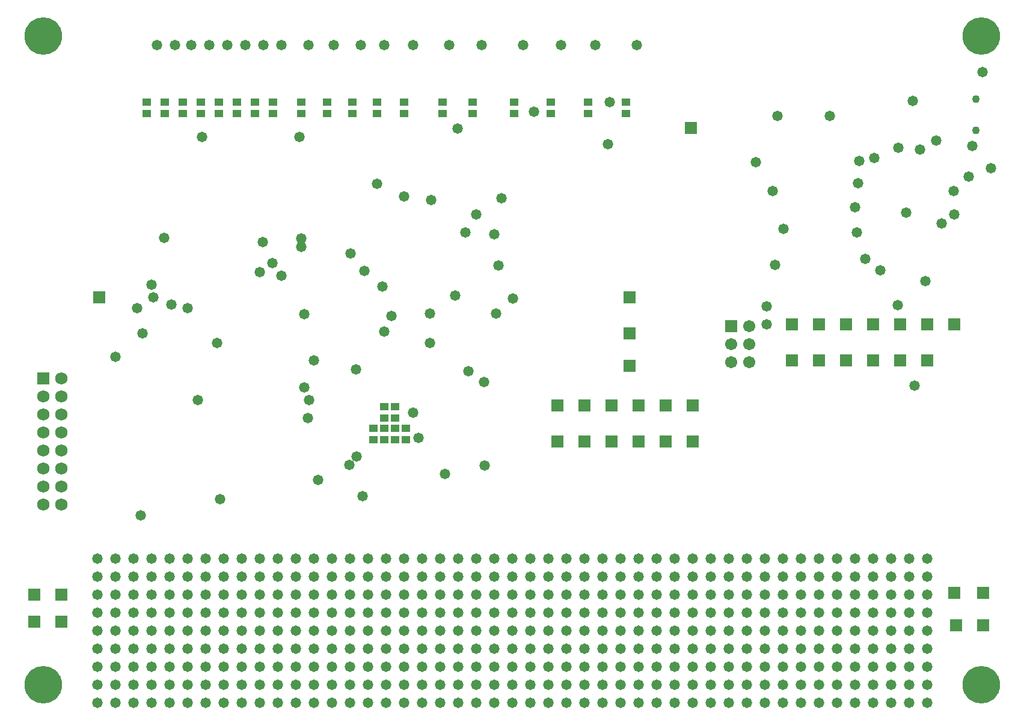
<source format=gbs>
G04*
G04 #@! TF.GenerationSoftware,Altium Limited,Altium Designer,22.3.1 (43)*
G04*
G04 Layer_Color=16711935*
%FSLAX25Y25*%
%MOIN*%
G70*
G04*
G04 #@! TF.SameCoordinates,3349D2AC-C315-450D-AF27-8CF08F727A17*
G04*
G04*
G04 #@! TF.FilePolarity,Negative*
G04*
G01*
G75*
%ADD31R,0.04540X0.03950*%
%ADD35R,0.06706X0.06706*%
%ADD36C,0.04343*%
%ADD37C,0.06706*%
%ADD38R,0.06706X0.06706*%
%ADD39C,0.06800*%
%ADD40R,0.06800X0.06800*%
%ADD41C,0.20800*%
%ADD42C,0.05800*%
D31*
X241500Y336850D02*
D03*
Y343150D02*
D03*
X343000Y336850D02*
D03*
Y343150D02*
D03*
X322000D02*
D03*
Y336850D02*
D03*
X301500D02*
D03*
Y343150D02*
D03*
X258000Y336850D02*
D03*
Y343150D02*
D03*
X281000Y336850D02*
D03*
Y343150D02*
D03*
X205000Y336850D02*
D03*
Y343150D02*
D03*
X220000Y336850D02*
D03*
Y343150D02*
D03*
X191500Y336850D02*
D03*
Y343150D02*
D03*
X163000Y336850D02*
D03*
Y343150D02*
D03*
X177500D02*
D03*
Y336850D02*
D03*
X137500D02*
D03*
Y343150D02*
D03*
X97500Y336850D02*
D03*
Y343150D02*
D03*
X87500Y336850D02*
D03*
Y343150D02*
D03*
X77500Y336850D02*
D03*
Y343150D02*
D03*
X127500Y336850D02*
D03*
Y343150D02*
D03*
X117500Y336850D02*
D03*
Y343150D02*
D03*
X107500Y336850D02*
D03*
Y343150D02*
D03*
X147500Y336850D02*
D03*
Y343150D02*
D03*
X215000Y174150D02*
D03*
Y167850D02*
D03*
X221000Y155850D02*
D03*
Y162150D02*
D03*
X209000Y174150D02*
D03*
Y167850D02*
D03*
X215000Y155850D02*
D03*
Y162150D02*
D03*
X203000Y155850D02*
D03*
Y162150D02*
D03*
X209000Y155850D02*
D03*
Y162150D02*
D03*
D35*
X30000Y55000D02*
D03*
X525000Y71000D02*
D03*
X15000Y55000D02*
D03*
X30000Y70000D02*
D03*
X541000Y53000D02*
D03*
Y71000D02*
D03*
X526000Y53000D02*
D03*
X15000Y70000D02*
D03*
X345000Y215000D02*
D03*
Y235000D02*
D03*
Y197000D02*
D03*
X51000Y235000D02*
D03*
X305000Y175000D02*
D03*
X320000D02*
D03*
X335000D02*
D03*
X350000D02*
D03*
X365000D02*
D03*
X380000D02*
D03*
X305000Y155000D02*
D03*
X320000D02*
D03*
X335000D02*
D03*
X365000D02*
D03*
X350000D02*
D03*
X380000D02*
D03*
X435000Y220000D02*
D03*
X450000D02*
D03*
X465000D02*
D03*
X480000D02*
D03*
X495000D02*
D03*
X510000D02*
D03*
X525000D02*
D03*
X435000Y200000D02*
D03*
X450000D02*
D03*
X465000D02*
D03*
X480000D02*
D03*
X495000D02*
D03*
X510000D02*
D03*
X379000Y329000D02*
D03*
D36*
X537000Y345000D02*
D03*
Y327677D02*
D03*
D37*
X411500Y199000D02*
D03*
X401500D02*
D03*
X411500Y209000D02*
D03*
X401500D02*
D03*
X411500Y219000D02*
D03*
D38*
X401500D02*
D03*
D39*
X30000Y120000D02*
D03*
Y130000D02*
D03*
Y140000D02*
D03*
Y150000D02*
D03*
Y160000D02*
D03*
Y170000D02*
D03*
Y180000D02*
D03*
X20000Y120000D02*
D03*
Y130000D02*
D03*
Y140000D02*
D03*
Y150000D02*
D03*
Y160000D02*
D03*
Y170000D02*
D03*
X30000Y190000D02*
D03*
X20000Y180000D02*
D03*
D40*
Y190000D02*
D03*
D41*
Y20000D02*
D03*
X540000Y380000D02*
D03*
X20000D02*
D03*
X540000Y20000D02*
D03*
D42*
X506000Y317000D02*
D03*
X494000Y318000D02*
D03*
X515000Y322000D02*
D03*
X60000Y90000D02*
D03*
X421000Y230000D02*
D03*
Y220000D02*
D03*
X503000Y186000D02*
D03*
X533000Y302000D02*
D03*
X509000Y244000D02*
D03*
X502000Y344000D02*
D03*
X271000Y226000D02*
D03*
X81000Y235000D02*
D03*
X91000Y231000D02*
D03*
X100000Y229000D02*
D03*
X415000Y310000D02*
D03*
X349000Y375000D02*
D03*
X292000Y338000D02*
D03*
X307000Y375000D02*
D03*
X263000D02*
D03*
X245000D02*
D03*
X225000D02*
D03*
X209000D02*
D03*
X196000D02*
D03*
X181000D02*
D03*
X147000Y254000D02*
D03*
X140000Y249000D02*
D03*
X152000Y247000D02*
D03*
X273918Y290000D02*
D03*
X260000Y281000D02*
D03*
X225000Y171000D02*
D03*
X228000Y157000D02*
D03*
X484000Y250000D02*
D03*
X471000Y271000D02*
D03*
X87000Y268000D02*
D03*
X60000Y202000D02*
D03*
X75000Y215000D02*
D03*
X72000Y229000D02*
D03*
X80000Y242000D02*
D03*
X74000Y114000D02*
D03*
X525000Y281000D02*
D03*
X518000Y276000D02*
D03*
X209000Y216000D02*
D03*
X170000Y200000D02*
D03*
X105600Y178000D02*
D03*
X167400D02*
D03*
X166900Y168000D02*
D03*
X118090Y122990D02*
D03*
X189700Y142000D02*
D03*
X163000Y262800D02*
D03*
X116400Y209600D02*
D03*
X234300D02*
D03*
Y226000D02*
D03*
X167000Y375000D02*
D03*
X132000D02*
D03*
X112000D02*
D03*
X102000D02*
D03*
X264500Y188000D02*
D03*
X264900Y141500D02*
D03*
X172350Y133550D02*
D03*
X197000Y124500D02*
D03*
X425700Y253000D02*
D03*
X190400Y259100D02*
D03*
X198000Y249500D02*
D03*
X424400Y294000D02*
D03*
X280300Y234300D02*
D03*
X326000Y375000D02*
D03*
X83000D02*
D03*
X93000D02*
D03*
X122000D02*
D03*
X142000D02*
D03*
X152000D02*
D03*
X286000D02*
D03*
X524700Y294000D02*
D03*
X498400Y281700D02*
D03*
X242600Y136700D02*
D03*
X208000Y241000D02*
D03*
X493900Y230400D02*
D03*
X475800Y256300D02*
D03*
X470000Y285000D02*
D03*
X472400Y310600D02*
D03*
X471800Y298200D02*
D03*
X480900Y312100D02*
D03*
X430500Y273000D02*
D03*
X248408Y236000D02*
D03*
X141591Y265600D02*
D03*
X213000Y224600D02*
D03*
X163000Y267400D02*
D03*
X164700Y184700D02*
D03*
Y225500D02*
D03*
X255700Y193800D02*
D03*
X193400Y194900D02*
D03*
X205000Y298000D02*
D03*
X272500Y252500D02*
D03*
X254000Y271000D02*
D03*
X220000Y291000D02*
D03*
X235000Y289000D02*
D03*
X193800Y146400D02*
D03*
X108000Y324000D02*
D03*
X270000Y270000D02*
D03*
X162000Y324000D02*
D03*
X249800Y328400D02*
D03*
X333000Y320000D02*
D03*
X540890Y359858D02*
D03*
X545500Y306400D02*
D03*
X334059Y343200D02*
D03*
X427059Y335400D02*
D03*
X456059D02*
D03*
X535079Y318819D02*
D03*
X480000Y70000D02*
D03*
X490000D02*
D03*
X510000D02*
D03*
X500000D02*
D03*
X470000D02*
D03*
Y60000D02*
D03*
X500000D02*
D03*
X510000D02*
D03*
X490000D02*
D03*
X480000D02*
D03*
X470000Y50000D02*
D03*
X500000D02*
D03*
X510000D02*
D03*
X490000D02*
D03*
X480000D02*
D03*
X470000Y40000D02*
D03*
X500000D02*
D03*
X510000D02*
D03*
X490000D02*
D03*
X480000D02*
D03*
X470000Y30000D02*
D03*
X500000D02*
D03*
X510000D02*
D03*
X490000D02*
D03*
X480000D02*
D03*
X470000Y20000D02*
D03*
X500000D02*
D03*
X510000D02*
D03*
X490000D02*
D03*
X480000D02*
D03*
X470000Y10000D02*
D03*
X500000D02*
D03*
X510000D02*
D03*
X490000D02*
D03*
X480000D02*
D03*
X470000Y80000D02*
D03*
X500000D02*
D03*
X510000D02*
D03*
X490000D02*
D03*
X480000D02*
D03*
X470000Y90000D02*
D03*
X500000D02*
D03*
X510000D02*
D03*
X490000D02*
D03*
X480000D02*
D03*
X370000D02*
D03*
X380000D02*
D03*
X430000D02*
D03*
X440000D02*
D03*
X460000D02*
D03*
X450000D02*
D03*
X410000D02*
D03*
X420000D02*
D03*
X400000D02*
D03*
X390000D02*
D03*
X370000Y80000D02*
D03*
X380000D02*
D03*
X430000D02*
D03*
X440000D02*
D03*
X460000D02*
D03*
X450000D02*
D03*
X410000D02*
D03*
X420000D02*
D03*
X400000D02*
D03*
X390000D02*
D03*
X370000Y10000D02*
D03*
X380000D02*
D03*
X430000D02*
D03*
X440000D02*
D03*
X460000D02*
D03*
X450000D02*
D03*
X410000D02*
D03*
X420000D02*
D03*
X400000D02*
D03*
X390000D02*
D03*
X370000Y20000D02*
D03*
X380000D02*
D03*
X430000D02*
D03*
X440000D02*
D03*
X460000D02*
D03*
X450000D02*
D03*
X410000D02*
D03*
X420000D02*
D03*
X400000D02*
D03*
X390000D02*
D03*
X370000Y30000D02*
D03*
X380000D02*
D03*
X430000D02*
D03*
X440000D02*
D03*
X460000D02*
D03*
X450000D02*
D03*
X410000D02*
D03*
X420000D02*
D03*
X400000D02*
D03*
X390000D02*
D03*
X370000Y40000D02*
D03*
X380000D02*
D03*
X430000D02*
D03*
X440000D02*
D03*
X460000D02*
D03*
X450000D02*
D03*
X410000D02*
D03*
X420000D02*
D03*
X400000D02*
D03*
X390000D02*
D03*
X370000Y50000D02*
D03*
X380000D02*
D03*
X430000D02*
D03*
X440000D02*
D03*
X460000D02*
D03*
X450000D02*
D03*
X410000D02*
D03*
X420000D02*
D03*
X400000D02*
D03*
X390000D02*
D03*
X370000Y60000D02*
D03*
X380000D02*
D03*
X430000D02*
D03*
X440000D02*
D03*
X460000D02*
D03*
X450000D02*
D03*
X410000D02*
D03*
X420000D02*
D03*
X400000D02*
D03*
X390000D02*
D03*
Y70000D02*
D03*
X400000D02*
D03*
X420000D02*
D03*
X410000D02*
D03*
X450000D02*
D03*
X460000D02*
D03*
X440000D02*
D03*
X430000D02*
D03*
X380000D02*
D03*
X370000D02*
D03*
X210000D02*
D03*
X220000D02*
D03*
X240000D02*
D03*
X230000D02*
D03*
X270000D02*
D03*
X280000D02*
D03*
X260000D02*
D03*
X250000D02*
D03*
X330000D02*
D03*
X340000D02*
D03*
X360000D02*
D03*
X350000D02*
D03*
X310000D02*
D03*
X320000D02*
D03*
X300000D02*
D03*
X290000D02*
D03*
Y60000D02*
D03*
X300000D02*
D03*
X320000D02*
D03*
X310000D02*
D03*
X350000D02*
D03*
X360000D02*
D03*
X340000D02*
D03*
X330000D02*
D03*
X250000D02*
D03*
X260000D02*
D03*
X280000D02*
D03*
X270000D02*
D03*
X230000D02*
D03*
X240000D02*
D03*
X220000D02*
D03*
X210000D02*
D03*
X290000Y50000D02*
D03*
X300000D02*
D03*
X320000D02*
D03*
X310000D02*
D03*
X350000D02*
D03*
X360000D02*
D03*
X340000D02*
D03*
X330000D02*
D03*
X250000D02*
D03*
X260000D02*
D03*
X280000D02*
D03*
X270000D02*
D03*
X230000D02*
D03*
X240000D02*
D03*
X220000D02*
D03*
X210000D02*
D03*
X290000Y40000D02*
D03*
X300000D02*
D03*
X320000D02*
D03*
X310000D02*
D03*
X350000D02*
D03*
X360000D02*
D03*
X340000D02*
D03*
X330000D02*
D03*
X250000D02*
D03*
X260000D02*
D03*
X280000D02*
D03*
X270000D02*
D03*
X230000D02*
D03*
X240000D02*
D03*
X220000D02*
D03*
X210000D02*
D03*
X290000Y30000D02*
D03*
X300000D02*
D03*
X320000D02*
D03*
X310000D02*
D03*
X350000D02*
D03*
X360000D02*
D03*
X340000D02*
D03*
X330000D02*
D03*
X250000D02*
D03*
X260000D02*
D03*
X280000D02*
D03*
X270000D02*
D03*
X230000D02*
D03*
X240000D02*
D03*
X220000D02*
D03*
X210000D02*
D03*
X290000Y20000D02*
D03*
X300000D02*
D03*
X320000D02*
D03*
X310000D02*
D03*
X350000D02*
D03*
X360000D02*
D03*
X340000D02*
D03*
X330000D02*
D03*
X250000D02*
D03*
X260000D02*
D03*
X280000D02*
D03*
X270000D02*
D03*
X230000D02*
D03*
X240000D02*
D03*
X220000D02*
D03*
X210000D02*
D03*
X290000Y10000D02*
D03*
X300000D02*
D03*
X320000D02*
D03*
X310000D02*
D03*
X350000D02*
D03*
X360000D02*
D03*
X340000D02*
D03*
X330000D02*
D03*
X250000D02*
D03*
X260000D02*
D03*
X280000D02*
D03*
X270000D02*
D03*
X230000D02*
D03*
X240000D02*
D03*
X220000D02*
D03*
X210000D02*
D03*
X290000Y80000D02*
D03*
X300000D02*
D03*
X320000D02*
D03*
X310000D02*
D03*
X350000D02*
D03*
X360000D02*
D03*
X340000D02*
D03*
X330000D02*
D03*
X250000D02*
D03*
X260000D02*
D03*
X280000D02*
D03*
X270000D02*
D03*
X230000D02*
D03*
X240000D02*
D03*
X220000D02*
D03*
X210000D02*
D03*
X290000Y90000D02*
D03*
X300000D02*
D03*
X320000D02*
D03*
X310000D02*
D03*
X350000D02*
D03*
X360000D02*
D03*
X340000D02*
D03*
X330000D02*
D03*
X250000D02*
D03*
X260000D02*
D03*
X280000D02*
D03*
X270000D02*
D03*
X230000D02*
D03*
X240000D02*
D03*
X220000D02*
D03*
X210000D02*
D03*
X50000D02*
D03*
X80000D02*
D03*
X70000D02*
D03*
X110000D02*
D03*
X120000D02*
D03*
X100000D02*
D03*
X90000D02*
D03*
X170000D02*
D03*
X180000D02*
D03*
X200000D02*
D03*
X190000D02*
D03*
X150000D02*
D03*
X160000D02*
D03*
X140000D02*
D03*
X130000D02*
D03*
X50000Y80000D02*
D03*
X60000D02*
D03*
X80000D02*
D03*
X70000D02*
D03*
X110000D02*
D03*
X120000D02*
D03*
X100000D02*
D03*
X90000D02*
D03*
X170000D02*
D03*
X180000D02*
D03*
X200000D02*
D03*
X190000D02*
D03*
X150000D02*
D03*
X160000D02*
D03*
X140000D02*
D03*
X130000D02*
D03*
X50000Y10000D02*
D03*
X60000D02*
D03*
X80000D02*
D03*
X70000D02*
D03*
X110000D02*
D03*
X120000D02*
D03*
X100000D02*
D03*
X90000D02*
D03*
X170000D02*
D03*
X180000D02*
D03*
X200000D02*
D03*
X190000D02*
D03*
X150000D02*
D03*
X160000D02*
D03*
X140000D02*
D03*
X130000D02*
D03*
X50000Y20000D02*
D03*
X60000D02*
D03*
X80000D02*
D03*
X70000D02*
D03*
X110000D02*
D03*
X120000D02*
D03*
X100000D02*
D03*
X90000D02*
D03*
X170000D02*
D03*
X180000D02*
D03*
X200000D02*
D03*
X190000D02*
D03*
X150000D02*
D03*
X160000D02*
D03*
X140000D02*
D03*
X130000D02*
D03*
X50000Y30000D02*
D03*
X60000D02*
D03*
X80000D02*
D03*
X70000D02*
D03*
X110000D02*
D03*
X120000D02*
D03*
X100000D02*
D03*
X90000D02*
D03*
X170000D02*
D03*
X180000D02*
D03*
X200000D02*
D03*
X190000D02*
D03*
X150000D02*
D03*
X160000D02*
D03*
X140000D02*
D03*
X130000D02*
D03*
X50000Y40000D02*
D03*
X60000D02*
D03*
X80000D02*
D03*
X70000D02*
D03*
X110000D02*
D03*
X120000D02*
D03*
X100000D02*
D03*
X90000D02*
D03*
X170000D02*
D03*
X180000D02*
D03*
X200000D02*
D03*
X190000D02*
D03*
X150000D02*
D03*
X160000D02*
D03*
X140000D02*
D03*
X130000D02*
D03*
X50000Y50000D02*
D03*
X60000D02*
D03*
X80000D02*
D03*
X70000D02*
D03*
X110000D02*
D03*
X120000D02*
D03*
X100000D02*
D03*
X90000D02*
D03*
X170000D02*
D03*
X180000D02*
D03*
X200000D02*
D03*
X190000D02*
D03*
X150000D02*
D03*
X160000D02*
D03*
X140000D02*
D03*
X130000D02*
D03*
X50000Y60000D02*
D03*
X60000D02*
D03*
X80000D02*
D03*
X70000D02*
D03*
X110000D02*
D03*
X120000D02*
D03*
X100000D02*
D03*
X90000D02*
D03*
X170000D02*
D03*
X180000D02*
D03*
X200000D02*
D03*
X190000D02*
D03*
X150000D02*
D03*
X160000D02*
D03*
X140000D02*
D03*
X130000D02*
D03*
Y70000D02*
D03*
X140000D02*
D03*
X160000D02*
D03*
X150000D02*
D03*
X190000D02*
D03*
X200000D02*
D03*
X180000D02*
D03*
X170000D02*
D03*
X90000D02*
D03*
X100000D02*
D03*
X120000D02*
D03*
X110000D02*
D03*
X70000D02*
D03*
X80000D02*
D03*
X60000D02*
D03*
X50000D02*
D03*
M02*

</source>
